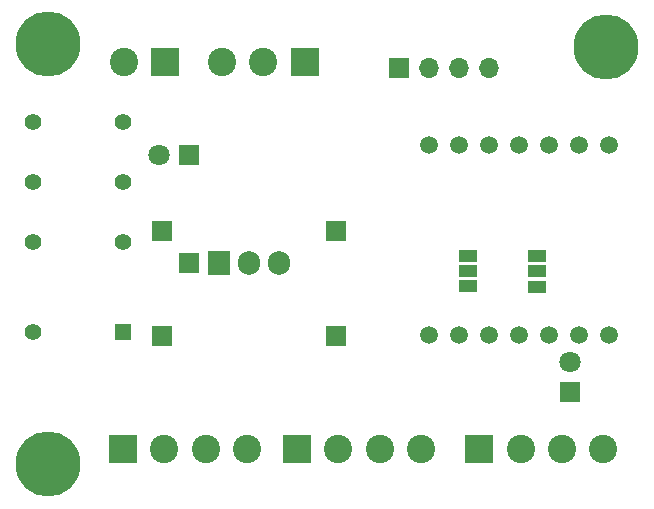
<source format=gbs>
G04 #@! TF.GenerationSoftware,KiCad,Pcbnew,7.0.7*
G04 #@! TF.CreationDate,2023-10-16T19:16:17+02:00*
G04 #@! TF.ProjectId,WaterValve,57617465-7256-4616-9c76-652e6b696361,Rev 6.1*
G04 #@! TF.SameCoordinates,Original*
G04 #@! TF.FileFunction,Soldermask,Bot*
G04 #@! TF.FilePolarity,Negative*
%FSLAX46Y46*%
G04 Gerber Fmt 4.6, Leading zero omitted, Abs format (unit mm)*
G04 Created by KiCad (PCBNEW 7.0.7) date 2023-10-16 19:16:17*
%MOMM*%
%LPD*%
G01*
G04 APERTURE LIST*
%ADD10R,1.800000X1.800000*%
%ADD11C,1.800000*%
%ADD12R,1.700000X1.700000*%
%ADD13R,2.400000X2.400000*%
%ADD14C,2.400000*%
%ADD15R,1.905000X2.000000*%
%ADD16O,1.905000X2.000000*%
%ADD17R,1.400000X1.400000*%
%ADD18C,1.400000*%
%ADD19C,1.500000*%
%ADD20C,5.500000*%
%ADD21O,1.700000X1.700000*%
%ADD22R,1.500000X1.000000*%
G04 APERTURE END LIST*
D10*
X151643000Y-94361000D03*
D11*
X149103000Y-94361000D03*
D12*
X164084000Y-109672000D03*
X151638000Y-103505000D03*
X149352000Y-100782000D03*
D13*
X176220000Y-119253000D03*
D14*
X179720000Y-119253000D03*
X183220000Y-119253000D03*
X186720000Y-119253000D03*
D15*
X154178000Y-103505000D03*
D16*
X156718000Y-103505000D03*
X159258000Y-103505000D03*
D17*
X146050000Y-109347000D03*
D18*
X146050000Y-101727000D03*
X146050000Y-96647000D03*
X146050000Y-91567000D03*
X138430000Y-91567000D03*
X138430000Y-96647000D03*
X138430000Y-101727000D03*
X138430000Y-109347000D03*
D13*
X149606000Y-86487000D03*
D14*
X146106000Y-86487000D03*
D19*
X187198000Y-93439700D03*
X184658000Y-93439700D03*
X182118000Y-93439700D03*
X179578000Y-93439700D03*
X177038000Y-93439700D03*
X174498000Y-93439700D03*
X171958000Y-93439700D03*
X171958000Y-109604700D03*
X174498000Y-109604700D03*
X177038000Y-109604700D03*
X179578000Y-109604700D03*
X182118000Y-109604700D03*
X184658000Y-109604700D03*
X187198000Y-109604700D03*
D12*
X164084000Y-100782000D03*
D20*
X139700000Y-84963000D03*
D13*
X146050000Y-119253000D03*
D14*
X149550000Y-119253000D03*
X153050000Y-119253000D03*
X156550000Y-119253000D03*
D20*
X139700000Y-120523000D03*
D12*
X149352000Y-109672000D03*
X169418000Y-86979000D03*
D21*
X171958000Y-86979000D03*
X174498000Y-86979000D03*
X177038000Y-86979000D03*
D10*
X183896000Y-114432000D03*
D11*
X183896000Y-111892000D03*
D20*
X186944000Y-85217000D03*
D13*
X160782000Y-119253000D03*
D14*
X164282000Y-119253000D03*
X167782000Y-119253000D03*
X171282000Y-119253000D03*
D13*
X161432000Y-86487000D03*
D14*
X157932000Y-86487000D03*
X154432000Y-86487000D03*
D22*
X181102000Y-105476000D03*
X181102000Y-104176000D03*
X181102000Y-102876000D03*
X175260000Y-102840000D03*
X175260000Y-104140000D03*
X175260000Y-105440000D03*
M02*

</source>
